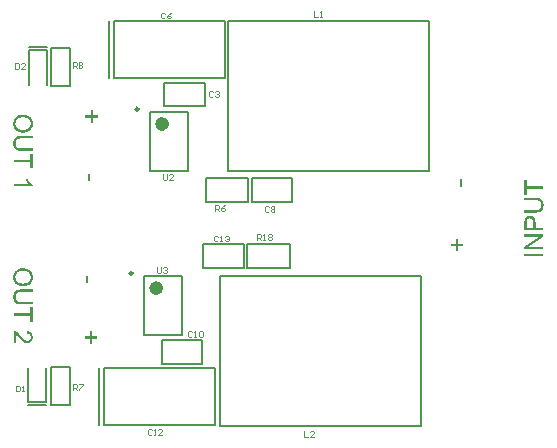
<source format=gto>
G04*
G04 #@! TF.GenerationSoftware,Altium Limited,Altium Designer,20.0.13 (296)*
G04*
G04 Layer_Color=65535*
%FSLAX44Y44*%
%MOMM*%
G71*
G01*
G75*
%ADD10C,0.2500*%
%ADD11C,0.6000*%
%ADD12C,0.2000*%
%ADD13C,0.1000*%
G36*
X83264Y186947D02*
X81287D01*
Y192976D01*
X83264D01*
Y186947D01*
D02*
G37*
G36*
X86919Y142054D02*
X91289D01*
Y140199D01*
X86919D01*
Y135830D01*
X85089D01*
Y140199D01*
X80695D01*
Y142054D01*
X85089D01*
Y146423D01*
X86919D01*
Y142054D01*
D02*
G37*
G36*
X28446Y199976D02*
X28714D01*
X29056Y199927D01*
X29446Y199878D01*
X29861Y199829D01*
X30350Y199732D01*
X30838Y199609D01*
X31350Y199487D01*
X31863Y199317D01*
X32376Y199097D01*
X32888Y198853D01*
X33401Y198584D01*
X33865Y198242D01*
X34304Y197876D01*
X34328Y197852D01*
X34402Y197779D01*
X34524Y197657D01*
X34670Y197486D01*
X34841Y197266D01*
X35012Y197022D01*
X35231Y196729D01*
X35451Y196387D01*
X35646Y195997D01*
X35866Y195582D01*
X36037Y195118D01*
X36232Y194630D01*
X36354Y194117D01*
X36476Y193556D01*
X36550Y192946D01*
X36574Y192335D01*
Y192116D01*
X36550Y191969D01*
Y191774D01*
X36525Y191530D01*
X36476Y191286D01*
X36452Y190993D01*
X36305Y190383D01*
X36110Y189699D01*
X35866Y189016D01*
X35695Y188674D01*
X35500Y188332D01*
Y188308D01*
X35451Y188259D01*
X35402Y188161D01*
X35305Y188039D01*
X35207Y187893D01*
X35061Y187722D01*
X34743Y187332D01*
X34328Y186892D01*
X33816Y186428D01*
X33230Y186013D01*
X32546Y185623D01*
X32522D01*
X32449Y185574D01*
X32351Y185525D01*
X32205Y185476D01*
X32034Y185403D01*
X31814Y185330D01*
X31570Y185232D01*
X31302Y185135D01*
X30984Y185061D01*
X30667Y184964D01*
X29935Y184817D01*
X29129Y184720D01*
X28250Y184671D01*
X28226D01*
X28153D01*
X28006D01*
X27835Y184695D01*
X27616D01*
X27372Y184720D01*
X27103Y184744D01*
X26786Y184793D01*
X26102Y184915D01*
X25370Y185086D01*
X24613Y185330D01*
X23881Y185672D01*
X23857D01*
X23808Y185721D01*
X23710Y185769D01*
X23564Y185842D01*
X23417Y185965D01*
X23222Y186087D01*
X22807Y186380D01*
X22343Y186770D01*
X21855Y187258D01*
X21391Y187820D01*
X20976Y188454D01*
Y188479D01*
X20928Y188528D01*
X20879Y188625D01*
X20830Y188772D01*
X20757Y188943D01*
X20659Y189138D01*
X20586Y189357D01*
X20488Y189626D01*
X20317Y190187D01*
X20146Y190847D01*
X20049Y191579D01*
X20000Y192335D01*
Y192555D01*
X20024Y192726D01*
Y192921D01*
X20049Y193141D01*
X20098Y193409D01*
X20146Y193702D01*
X20268Y194313D01*
X20464Y194996D01*
X20732Y195704D01*
X20879Y196046D01*
X21074Y196387D01*
X21098Y196412D01*
X21123Y196461D01*
X21196Y196558D01*
X21269Y196680D01*
X21391Y196827D01*
X21513Y196998D01*
X21855Y197388D01*
X22294Y197827D01*
X22783Y198291D01*
X23393Y198706D01*
X24052Y199097D01*
X24076D01*
X24150Y199146D01*
X24247Y199170D01*
X24394Y199243D01*
X24564Y199317D01*
X24760Y199390D01*
X25004Y199463D01*
X25272Y199536D01*
X25565Y199634D01*
X25858Y199707D01*
X26542Y199853D01*
X27274Y199951D01*
X28055Y200000D01*
X28104D01*
X28226D01*
X28446Y199976D01*
D02*
G37*
G36*
X36305Y179789D02*
X27030D01*
X27006D01*
X26932D01*
X26835D01*
X26688D01*
X26517D01*
X26322Y179765D01*
X25858Y179740D01*
X25370Y179691D01*
X24857Y179643D01*
X24369Y179545D01*
X24150Y179496D01*
X23954Y179423D01*
X23905Y179398D01*
X23783Y179350D01*
X23613Y179252D01*
X23393Y179105D01*
X23149Y178935D01*
X22880Y178691D01*
X22636Y178422D01*
X22417Y178080D01*
X22392Y178032D01*
X22343Y177910D01*
X22246Y177714D01*
X22172Y177446D01*
X22075Y177104D01*
X21977Y176713D01*
X21928Y176274D01*
X21904Y175786D01*
Y175566D01*
X21928Y175395D01*
Y175200D01*
X21953Y174980D01*
X22026Y174492D01*
X22172Y173931D01*
X22343Y173394D01*
X22612Y172881D01*
X22758Y172637D01*
X22954Y172442D01*
X22978D01*
X23002Y172393D01*
X23076Y172344D01*
X23173Y172295D01*
X23295Y172198D01*
X23442Y172124D01*
X23637Y172027D01*
X23857Y171929D01*
X24125Y171856D01*
X24418Y171758D01*
X24735Y171661D01*
X25126Y171587D01*
X25541Y171539D01*
X25980Y171490D01*
X26493Y171441D01*
X27030D01*
X36305D01*
Y169317D01*
X27030D01*
X27006D01*
X26932D01*
X26810D01*
X26639D01*
X26420Y169342D01*
X26200D01*
X25931Y169366D01*
X25639Y169391D01*
X25028Y169464D01*
X24394Y169562D01*
X23759Y169683D01*
X23198Y169879D01*
X23173D01*
X23124Y169903D01*
X23051Y169928D01*
X22954Y169976D01*
X22709Y170123D01*
X22368Y170318D01*
X22002Y170587D01*
X21611Y170928D01*
X21245Y171368D01*
X20879Y171856D01*
Y171880D01*
X20830Y171929D01*
X20805Y172002D01*
X20732Y172124D01*
X20683Y172246D01*
X20610Y172417D01*
X20513Y172637D01*
X20439Y172857D01*
X20366Y173101D01*
X20268Y173394D01*
X20195Y173687D01*
X20146Y174028D01*
X20049Y174761D01*
X20000Y175591D01*
Y175810D01*
X20024Y175957D01*
Y176152D01*
X20049Y176372D01*
X20073Y176616D01*
X20098Y176884D01*
X20195Y177470D01*
X20317Y178080D01*
X20513Y178715D01*
X20757Y179276D01*
Y179301D01*
X20805Y179350D01*
X20830Y179398D01*
X20903Y179496D01*
X21074Y179765D01*
X21342Y180058D01*
X21660Y180399D01*
X22026Y180717D01*
X22490Y181034D01*
X23002Y181302D01*
X23027D01*
X23076Y181327D01*
X23149Y181351D01*
X23271Y181400D01*
X23417Y181449D01*
X23613Y181498D01*
X23832Y181546D01*
X24076Y181595D01*
X24345Y181668D01*
X24638Y181717D01*
X24980Y181766D01*
X25321Y181815D01*
X25712Y181864D01*
X26127Y181888D01*
X26566Y181913D01*
X27030D01*
X36305D01*
Y179789D01*
D02*
G37*
G36*
Y154306D02*
X34426D01*
Y159578D01*
X20268D01*
Y161702D01*
X34426D01*
Y166974D01*
X36305D01*
Y154306D01*
D02*
G37*
G36*
X20708Y146934D02*
X20903Y146910D01*
X21123Y146885D01*
X21367Y146812D01*
X21611Y146739D01*
X21635D01*
X21660Y146714D01*
X21806Y146665D01*
X22002Y146568D01*
X22294Y146421D01*
X22612Y146250D01*
X22978Y146006D01*
X23344Y145762D01*
X23735Y145445D01*
X23759D01*
X23783Y145396D01*
X23930Y145274D01*
X24150Y145079D01*
X24443Y144786D01*
X24784Y144420D01*
X25199Y143980D01*
X25663Y143443D01*
X26176Y142858D01*
X26200Y142833D01*
X26273Y142736D01*
X26371Y142613D01*
X26542Y142443D01*
X26713Y142223D01*
X26932Y141979D01*
X27396Y141442D01*
X27957Y140856D01*
X28519Y140270D01*
X28787Y139977D01*
X29056Y139733D01*
X29324Y139514D01*
X29569Y139318D01*
X29593D01*
X29617Y139269D01*
X29690Y139221D01*
X29788Y139172D01*
X30032Y139025D01*
X30350Y138854D01*
X30716Y138684D01*
X31106Y138537D01*
X31546Y138440D01*
X31961Y138391D01*
X31985D01*
X32009D01*
X32156Y138415D01*
X32376Y138440D01*
X32644Y138488D01*
X32961Y138610D01*
X33279Y138757D01*
X33620Y138952D01*
X33938Y139245D01*
X33962Y139294D01*
X34060Y139391D01*
X34182Y139587D01*
X34353Y139831D01*
X34499Y140148D01*
X34621Y140514D01*
X34719Y140954D01*
X34743Y141442D01*
Y141588D01*
X34719Y141686D01*
X34694Y141930D01*
X34646Y142247D01*
X34524Y142613D01*
X34377Y143004D01*
X34157Y143370D01*
X33865Y143712D01*
X33816Y143736D01*
X33718Y143834D01*
X33523Y143980D01*
X33254Y144127D01*
X32913Y144298D01*
X32522Y144420D01*
X32058Y144517D01*
X31521Y144566D01*
X31741Y146592D01*
X31765D01*
X31839D01*
X31961Y146568D01*
X32107Y146543D01*
X32302Y146495D01*
X32522Y146470D01*
X33010Y146324D01*
X33572Y146128D01*
X34133Y145860D01*
X34694Y145494D01*
X34938Y145299D01*
X35183Y145054D01*
X35207Y145030D01*
X35231Y144981D01*
X35305Y144908D01*
X35378Y144810D01*
X35451Y144664D01*
X35573Y144493D01*
X35671Y144298D01*
X35793Y144078D01*
X35891Y143834D01*
X36013Y143565D01*
X36110Y143248D01*
X36183Y142931D01*
X36330Y142198D01*
X36354Y141808D01*
X36379Y141393D01*
Y141173D01*
X36354Y141003D01*
X36330Y140807D01*
X36305Y140588D01*
X36281Y140343D01*
X36208Y140075D01*
X36061Y139489D01*
X35842Y138879D01*
X35695Y138561D01*
X35524Y138269D01*
X35305Y138000D01*
X35085Y137732D01*
X35061Y137707D01*
X35036Y137683D01*
X34963Y137610D01*
X34865Y137512D01*
X34719Y137414D01*
X34572Y137292D01*
X34206Y137048D01*
X33742Y136804D01*
X33205Y136584D01*
X32595Y136413D01*
X32253Y136389D01*
X31912Y136365D01*
X31863D01*
X31741D01*
X31546Y136389D01*
X31302Y136413D01*
X31009Y136462D01*
X30691Y136536D01*
X30350Y136633D01*
X30008Y136780D01*
X29959Y136804D01*
X29837Y136853D01*
X29666Y136951D01*
X29422Y137097D01*
X29129Y137268D01*
X28787Y137487D01*
X28446Y137780D01*
X28055Y138098D01*
X28006Y138147D01*
X27860Y138269D01*
X27640Y138488D01*
X27494Y138635D01*
X27323Y138806D01*
X27127Y139001D01*
X26908Y139245D01*
X26688Y139489D01*
X26420Y139758D01*
X26151Y140050D01*
X25858Y140392D01*
X25565Y140734D01*
X25224Y141124D01*
X25199Y141149D01*
X25150Y141198D01*
X25077Y141295D01*
X24980Y141417D01*
X24735Y141710D01*
X24418Y142077D01*
X24076Y142443D01*
X23735Y142833D01*
X23442Y143151D01*
X23320Y143272D01*
X23198Y143395D01*
X23173Y143419D01*
X23100Y143468D01*
X23002Y143565D01*
X22856Y143687D01*
X22539Y143956D01*
X22148Y144225D01*
Y136340D01*
X20268D01*
Y146958D01*
X20293D01*
X20391D01*
X20537D01*
X20708Y146934D01*
D02*
G37*
G36*
X84977Y274000D02*
X83000D01*
Y280029D01*
X84977D01*
Y274000D01*
D02*
G37*
G36*
X87224Y329224D02*
X91594D01*
Y327369D01*
X87224D01*
Y323000D01*
X85394D01*
Y327369D01*
X81000D01*
Y329224D01*
X85394D01*
Y333594D01*
X87224D01*
Y329224D01*
D02*
G37*
G36*
X28446Y329976D02*
X28714D01*
X29056Y329927D01*
X29446Y329878D01*
X29861Y329829D01*
X30350Y329731D01*
X30838Y329609D01*
X31350Y329487D01*
X31863Y329316D01*
X32376Y329097D01*
X32888Y328853D01*
X33401Y328584D01*
X33865Y328242D01*
X34304Y327876D01*
X34328Y327852D01*
X34402Y327779D01*
X34524Y327657D01*
X34670Y327486D01*
X34841Y327266D01*
X35012Y327022D01*
X35231Y326729D01*
X35451Y326387D01*
X35646Y325997D01*
X35866Y325582D01*
X36037Y325118D01*
X36232Y324630D01*
X36354Y324117D01*
X36476Y323556D01*
X36550Y322946D01*
X36574Y322335D01*
Y322116D01*
X36550Y321969D01*
Y321774D01*
X36525Y321530D01*
X36476Y321286D01*
X36452Y320993D01*
X36305Y320383D01*
X36110Y319699D01*
X35866Y319016D01*
X35695Y318674D01*
X35500Y318332D01*
Y318308D01*
X35451Y318259D01*
X35402Y318161D01*
X35305Y318039D01*
X35207Y317893D01*
X35061Y317722D01*
X34743Y317332D01*
X34328Y316892D01*
X33816Y316428D01*
X33230Y316013D01*
X32546Y315623D01*
X32522D01*
X32449Y315574D01*
X32351Y315525D01*
X32205Y315476D01*
X32034Y315403D01*
X31814Y315330D01*
X31570Y315232D01*
X31302Y315135D01*
X30984Y315061D01*
X30667Y314964D01*
X29935Y314817D01*
X29129Y314720D01*
X28250Y314671D01*
X28226D01*
X28153D01*
X28006D01*
X27835Y314695D01*
X27616D01*
X27372Y314720D01*
X27103Y314744D01*
X26786Y314793D01*
X26102Y314915D01*
X25370Y315086D01*
X24613Y315330D01*
X23881Y315672D01*
X23857D01*
X23808Y315721D01*
X23710Y315769D01*
X23564Y315842D01*
X23417Y315965D01*
X23222Y316087D01*
X22807Y316380D01*
X22343Y316770D01*
X21855Y317258D01*
X21391Y317820D01*
X20976Y318454D01*
Y318479D01*
X20928Y318528D01*
X20879Y318625D01*
X20830Y318772D01*
X20757Y318943D01*
X20659Y319138D01*
X20586Y319357D01*
X20488Y319626D01*
X20317Y320187D01*
X20146Y320846D01*
X20049Y321579D01*
X20000Y322335D01*
Y322555D01*
X20024Y322726D01*
Y322921D01*
X20049Y323141D01*
X20098Y323409D01*
X20146Y323702D01*
X20268Y324313D01*
X20464Y324996D01*
X20732Y325704D01*
X20879Y326046D01*
X21074Y326387D01*
X21098Y326412D01*
X21123Y326461D01*
X21196Y326558D01*
X21269Y326680D01*
X21391Y326827D01*
X21513Y326998D01*
X21855Y327388D01*
X22294Y327827D01*
X22783Y328291D01*
X23393Y328706D01*
X24052Y329097D01*
X24076D01*
X24150Y329146D01*
X24247Y329170D01*
X24394Y329243D01*
X24564Y329316D01*
X24760Y329390D01*
X25004Y329463D01*
X25272Y329536D01*
X25565Y329634D01*
X25858Y329707D01*
X26542Y329854D01*
X27274Y329951D01*
X28055Y330000D01*
X28104D01*
X28226D01*
X28446Y329976D01*
D02*
G37*
G36*
X36305Y309789D02*
X27030D01*
X27006D01*
X26932D01*
X26835D01*
X26688D01*
X26517D01*
X26322Y309765D01*
X25858Y309740D01*
X25370Y309691D01*
X24857Y309643D01*
X24369Y309545D01*
X24150Y309496D01*
X23954Y309423D01*
X23905Y309398D01*
X23783Y309350D01*
X23613Y309252D01*
X23393Y309105D01*
X23149Y308935D01*
X22880Y308691D01*
X22636Y308422D01*
X22417Y308080D01*
X22392Y308032D01*
X22343Y307910D01*
X22246Y307714D01*
X22172Y307446D01*
X22075Y307104D01*
X21977Y306713D01*
X21928Y306274D01*
X21904Y305786D01*
Y305566D01*
X21928Y305395D01*
Y305200D01*
X21953Y304980D01*
X22026Y304492D01*
X22172Y303931D01*
X22343Y303394D01*
X22612Y302881D01*
X22758Y302637D01*
X22954Y302442D01*
X22978D01*
X23002Y302393D01*
X23076Y302344D01*
X23173Y302295D01*
X23295Y302198D01*
X23442Y302124D01*
X23637Y302027D01*
X23857Y301929D01*
X24125Y301856D01*
X24418Y301758D01*
X24735Y301661D01*
X25126Y301587D01*
X25541Y301539D01*
X25980Y301490D01*
X26493Y301441D01*
X27030D01*
X36305D01*
Y299317D01*
X27030D01*
X27006D01*
X26932D01*
X26810D01*
X26639D01*
X26420Y299342D01*
X26200D01*
X25931Y299366D01*
X25639Y299391D01*
X25028Y299464D01*
X24394Y299562D01*
X23759Y299683D01*
X23198Y299879D01*
X23173D01*
X23124Y299903D01*
X23051Y299928D01*
X22954Y299976D01*
X22709Y300123D01*
X22368Y300318D01*
X22002Y300587D01*
X21611Y300928D01*
X21245Y301368D01*
X20879Y301856D01*
Y301880D01*
X20830Y301929D01*
X20805Y302002D01*
X20732Y302124D01*
X20683Y302246D01*
X20610Y302417D01*
X20513Y302637D01*
X20439Y302857D01*
X20366Y303101D01*
X20268Y303394D01*
X20195Y303687D01*
X20146Y304028D01*
X20049Y304761D01*
X20000Y305591D01*
Y305810D01*
X20024Y305957D01*
Y306152D01*
X20049Y306372D01*
X20073Y306616D01*
X20098Y306884D01*
X20195Y307470D01*
X20317Y308080D01*
X20513Y308715D01*
X20757Y309276D01*
Y309301D01*
X20805Y309350D01*
X20830Y309398D01*
X20903Y309496D01*
X21074Y309765D01*
X21342Y310058D01*
X21660Y310399D01*
X22026Y310716D01*
X22490Y311034D01*
X23002Y311302D01*
X23027D01*
X23076Y311327D01*
X23149Y311351D01*
X23271Y311400D01*
X23417Y311449D01*
X23613Y311498D01*
X23832Y311546D01*
X24076Y311595D01*
X24345Y311668D01*
X24638Y311717D01*
X24980Y311766D01*
X25321Y311815D01*
X25712Y311864D01*
X26127Y311888D01*
X26566Y311913D01*
X27030D01*
X36305D01*
Y309789D01*
D02*
G37*
G36*
Y284306D02*
X34426D01*
Y289578D01*
X20268D01*
Y291702D01*
X34426D01*
Y296974D01*
X36305D01*
Y284306D01*
D02*
G37*
G36*
X32351Y275152D02*
X32376Y275103D01*
X32424Y275006D01*
X32498Y274908D01*
X32571Y274762D01*
X32644Y274591D01*
X32864Y274200D01*
X33132Y273761D01*
X33450Y273272D01*
X33816Y272784D01*
X34206Y272321D01*
X34231Y272296D01*
X34255Y272272D01*
X34402Y272125D01*
X34621Y271906D01*
X34890Y271637D01*
X35231Y271344D01*
X35598Y271051D01*
X35988Y270783D01*
X36379Y270563D01*
Y269269D01*
X20268D01*
Y271246D01*
X32815D01*
X32791Y271271D01*
X32693Y271369D01*
X32571Y271539D01*
X32400Y271759D01*
X32180Y272028D01*
X31961Y272345D01*
X31692Y272711D01*
X31448Y273126D01*
Y273151D01*
X31424Y273175D01*
X31326Y273321D01*
X31204Y273541D01*
X31057Y273810D01*
X30887Y274127D01*
X30740Y274469D01*
X30569Y274835D01*
X30423Y275177D01*
X32351D01*
Y275152D01*
D02*
G37*
G36*
X396606Y220631D02*
X401000D01*
Y218776D01*
X396606D01*
Y214406D01*
X394776D01*
Y218776D01*
X390406D01*
Y220631D01*
X394776D01*
Y225000D01*
X396606D01*
Y220631D01*
D02*
G37*
G36*
X400000Y268971D02*
X398023D01*
Y275000D01*
X400000D01*
Y268971D01*
D02*
G37*
G36*
X454574Y269315D02*
X468731D01*
Y267191D01*
X454574D01*
Y261919D01*
X452695D01*
Y274587D01*
X454574D01*
Y269315D01*
D02*
G37*
G36*
X462580Y259551D02*
X462800D01*
X463069Y259527D01*
X463361Y259502D01*
X463972Y259429D01*
X464606Y259331D01*
X465241Y259209D01*
X465802Y259014D01*
X465827D01*
X465876Y258990D01*
X465949Y258965D01*
X466046Y258916D01*
X466291Y258770D01*
X466632Y258575D01*
X466998Y258306D01*
X467389Y257964D01*
X467755Y257525D01*
X468121Y257037D01*
Y257013D01*
X468170Y256964D01*
X468194Y256891D01*
X468268Y256768D01*
X468316Y256646D01*
X468390Y256476D01*
X468487Y256256D01*
X468561Y256036D01*
X468634Y255792D01*
X468731Y255499D01*
X468805Y255206D01*
X468853Y254865D01*
X468951Y254132D01*
X469000Y253302D01*
Y253083D01*
X468975Y252936D01*
Y252741D01*
X468951Y252521D01*
X468927Y252277D01*
X468902Y252009D01*
X468805Y251423D01*
X468683Y250812D01*
X468487Y250178D01*
X468243Y249617D01*
Y249592D01*
X468194Y249543D01*
X468170Y249494D01*
X468097Y249397D01*
X467926Y249128D01*
X467657Y248835D01*
X467340Y248494D01*
X466974Y248176D01*
X466510Y247859D01*
X465998Y247591D01*
X465973D01*
X465924Y247566D01*
X465851Y247542D01*
X465729Y247493D01*
X465583Y247444D01*
X465387Y247395D01*
X465168Y247346D01*
X464924Y247298D01*
X464655Y247224D01*
X464362Y247176D01*
X464020Y247127D01*
X463679Y247078D01*
X463288Y247029D01*
X462873Y247005D01*
X462434Y246980D01*
X461970D01*
X452695D01*
Y249104D01*
X461970D01*
X461995D01*
X462068D01*
X462165D01*
X462312D01*
X462483D01*
X462678Y249128D01*
X463142Y249153D01*
X463630Y249202D01*
X464142Y249250D01*
X464631Y249348D01*
X464850Y249397D01*
X465046Y249470D01*
X465094Y249494D01*
X465216Y249543D01*
X465387Y249641D01*
X465607Y249787D01*
X465851Y249958D01*
X466120Y250202D01*
X466364Y250471D01*
X466583Y250812D01*
X466608Y250861D01*
X466657Y250983D01*
X466754Y251179D01*
X466828Y251447D01*
X466925Y251789D01*
X467023Y252180D01*
X467072Y252619D01*
X467096Y253107D01*
Y253327D01*
X467072Y253498D01*
Y253693D01*
X467047Y253913D01*
X466974Y254401D01*
X466828Y254962D01*
X466657Y255499D01*
X466388Y256012D01*
X466242Y256256D01*
X466046Y256451D01*
X466022D01*
X465998Y256500D01*
X465924Y256549D01*
X465827Y256598D01*
X465705Y256695D01*
X465558Y256768D01*
X465363Y256866D01*
X465143Y256964D01*
X464875Y257037D01*
X464582Y257135D01*
X464264Y257232D01*
X463874Y257305D01*
X463459Y257354D01*
X463020Y257403D01*
X462507Y257452D01*
X461970D01*
X452695D01*
Y259576D01*
X461970D01*
X461995D01*
X462068D01*
X462190D01*
X462361D01*
X462580Y259551D01*
D02*
G37*
G36*
X457674Y244222D02*
X457845Y244198D01*
X458064Y244173D01*
X458284Y244149D01*
X458528Y244076D01*
X459090Y243929D01*
X459651Y243685D01*
X459944Y243538D01*
X460237Y243368D01*
X460530Y243172D01*
X460798Y242928D01*
X460823Y242904D01*
X460847Y242855D01*
X460920Y242782D01*
X461018Y242684D01*
X461116Y242513D01*
X461238Y242342D01*
X461360Y242123D01*
X461482Y241854D01*
X461628Y241561D01*
X461750Y241220D01*
X461872Y240829D01*
X461970Y240414D01*
X462068Y239926D01*
X462141Y239413D01*
X462165Y238852D01*
X462190Y238242D01*
Y234141D01*
X468731D01*
Y232017D01*
X452695D01*
Y238583D01*
X452719Y238950D01*
X452743Y239340D01*
X452768Y239755D01*
X452817Y240146D01*
X452865Y240487D01*
Y240536D01*
X452914Y240683D01*
X452963Y240902D01*
X453036Y241171D01*
X453134Y241488D01*
X453256Y241805D01*
X453427Y242147D01*
X453622Y242465D01*
X453646Y242489D01*
X453720Y242611D01*
X453842Y242757D01*
X454013Y242928D01*
X454232Y243124D01*
X454501Y243343D01*
X454794Y243563D01*
X455160Y243758D01*
X455209Y243783D01*
X455331Y243831D01*
X455526Y243905D01*
X455794Y244002D01*
X456112Y244100D01*
X456478Y244173D01*
X456893Y244222D01*
X457332Y244246D01*
X457357D01*
X457430D01*
X457528D01*
X457674Y244222D01*
D02*
G37*
G36*
X468731Y226281D02*
X456136Y217860D01*
X468731D01*
Y215834D01*
X452695D01*
Y217982D01*
X465290Y226427D01*
X452695D01*
Y228454D01*
X468731D01*
Y226281D01*
D02*
G37*
G36*
Y210000D02*
X452695D01*
Y212124D01*
X468731D01*
Y210000D01*
D02*
G37*
%LPC*%
G36*
X28031Y197803D02*
X28006D01*
X27909D01*
X27762D01*
X27543Y197779D01*
X27298Y197754D01*
X27030Y197730D01*
X26713Y197681D01*
X26371Y197608D01*
X25639Y197437D01*
X25272Y197290D01*
X24882Y197144D01*
X24516Y196973D01*
X24150Y196778D01*
X23783Y196534D01*
X23466Y196265D01*
X23442Y196241D01*
X23393Y196192D01*
X23320Y196094D01*
X23198Y195972D01*
X23076Y195826D01*
X22954Y195655D01*
X22783Y195435D01*
X22636Y195191D01*
X22490Y194923D01*
X22343Y194630D01*
X22197Y194313D01*
X22075Y193946D01*
X21953Y193580D01*
X21879Y193190D01*
X21831Y192799D01*
X21806Y192360D01*
Y192140D01*
X21831Y191969D01*
X21855Y191750D01*
X21904Y191530D01*
X21953Y191261D01*
X22026Y190968D01*
X22221Y190358D01*
X22343Y190016D01*
X22514Y189699D01*
X22709Y189357D01*
X22929Y189040D01*
X23173Y188723D01*
X23466Y188430D01*
X23491Y188405D01*
X23539Y188357D01*
X23637Y188284D01*
X23783Y188186D01*
X23954Y188064D01*
X24174Y187942D01*
X24418Y187795D01*
X24687Y187649D01*
X25028Y187502D01*
X25370Y187356D01*
X25761Y187234D01*
X26200Y187112D01*
X26664Y187014D01*
X27152Y186941D01*
X27689Y186892D01*
X28250Y186868D01*
X28275D01*
X28348D01*
X28446D01*
X28568D01*
X28739Y186892D01*
X28958D01*
X29422Y186941D01*
X29935Y187039D01*
X30520Y187161D01*
X31106Y187332D01*
X31668Y187551D01*
X31692D01*
X31741Y187576D01*
X31814Y187624D01*
X31912Y187673D01*
X32180Y187820D01*
X32498Y188039D01*
X32864Y188308D01*
X33254Y188650D01*
X33620Y189040D01*
X33938Y189480D01*
Y189504D01*
X33962Y189528D01*
X34011Y189602D01*
X34060Y189699D01*
X34182Y189968D01*
X34353Y190309D01*
X34499Y190724D01*
X34621Y191213D01*
X34719Y191750D01*
X34743Y192335D01*
Y192555D01*
X34719Y192702D01*
X34694Y192897D01*
X34670Y193141D01*
X34621Y193385D01*
X34548Y193654D01*
X34353Y194264D01*
X34231Y194581D01*
X34084Y194898D01*
X33913Y195240D01*
X33694Y195557D01*
X33450Y195875D01*
X33181Y196192D01*
X33157Y196217D01*
X33108Y196265D01*
X33010Y196339D01*
X32888Y196436D01*
X32717Y196558D01*
X32498Y196705D01*
X32253Y196851D01*
X31961Y196998D01*
X31619Y197144D01*
X31253Y197290D01*
X30838Y197437D01*
X30350Y197559D01*
X29837Y197657D01*
X29300Y197730D01*
X28690Y197779D01*
X28031Y197803D01*
D02*
G37*
G36*
Y327803D02*
X28006D01*
X27909D01*
X27762D01*
X27543Y327779D01*
X27298Y327754D01*
X27030Y327730D01*
X26713Y327681D01*
X26371Y327608D01*
X25639Y327437D01*
X25272Y327290D01*
X24882Y327144D01*
X24516Y326973D01*
X24150Y326778D01*
X23783Y326534D01*
X23466Y326265D01*
X23442Y326241D01*
X23393Y326192D01*
X23320Y326095D01*
X23198Y325972D01*
X23076Y325826D01*
X22954Y325655D01*
X22783Y325435D01*
X22636Y325191D01*
X22490Y324923D01*
X22343Y324630D01*
X22197Y324313D01*
X22075Y323946D01*
X21953Y323580D01*
X21879Y323190D01*
X21831Y322799D01*
X21806Y322360D01*
Y322140D01*
X21831Y321969D01*
X21855Y321750D01*
X21904Y321530D01*
X21953Y321261D01*
X22026Y320969D01*
X22221Y320358D01*
X22343Y320017D01*
X22514Y319699D01*
X22709Y319357D01*
X22929Y319040D01*
X23173Y318723D01*
X23466Y318430D01*
X23491Y318405D01*
X23539Y318357D01*
X23637Y318284D01*
X23783Y318186D01*
X23954Y318064D01*
X24174Y317942D01*
X24418Y317795D01*
X24687Y317649D01*
X25028Y317502D01*
X25370Y317356D01*
X25761Y317234D01*
X26200Y317112D01*
X26664Y317014D01*
X27152Y316941D01*
X27689Y316892D01*
X28250Y316868D01*
X28275D01*
X28348D01*
X28446D01*
X28568D01*
X28739Y316892D01*
X28958D01*
X29422Y316941D01*
X29935Y317039D01*
X30520Y317161D01*
X31106Y317332D01*
X31668Y317551D01*
X31692D01*
X31741Y317576D01*
X31814Y317624D01*
X31912Y317673D01*
X32180Y317820D01*
X32498Y318039D01*
X32864Y318308D01*
X33254Y318650D01*
X33620Y319040D01*
X33938Y319480D01*
Y319504D01*
X33962Y319528D01*
X34011Y319602D01*
X34060Y319699D01*
X34182Y319968D01*
X34353Y320309D01*
X34499Y320724D01*
X34621Y321213D01*
X34719Y321750D01*
X34743Y322335D01*
Y322555D01*
X34719Y322702D01*
X34694Y322897D01*
X34670Y323141D01*
X34621Y323385D01*
X34548Y323653D01*
X34353Y324264D01*
X34231Y324581D01*
X34084Y324898D01*
X33913Y325240D01*
X33694Y325558D01*
X33450Y325875D01*
X33181Y326192D01*
X33157Y326217D01*
X33108Y326265D01*
X33010Y326339D01*
X32888Y326436D01*
X32717Y326558D01*
X32498Y326705D01*
X32253Y326851D01*
X31961Y326998D01*
X31619Y327144D01*
X31253Y327290D01*
X30838Y327437D01*
X30350Y327559D01*
X29837Y327657D01*
X29300Y327730D01*
X28690Y327779D01*
X28031Y327803D01*
D02*
G37*
G36*
X457406Y242050D02*
X457357D01*
X457235D01*
X457039Y242025D01*
X456795Y241976D01*
X456527Y241928D01*
X456234Y241830D01*
X455941Y241708D01*
X455672Y241537D01*
X455648Y241513D01*
X455550Y241439D01*
X455428Y241342D01*
X455282Y241171D01*
X455135Y240975D01*
X454964Y240756D01*
X454842Y240487D01*
X454720Y240194D01*
Y240170D01*
X454696Y240097D01*
X454672Y239950D01*
X454647Y239755D01*
X454623Y239487D01*
X454598Y239145D01*
X454574Y238706D01*
Y234141D01*
X460310D01*
Y238461D01*
X460286Y238608D01*
Y238779D01*
X460261Y238950D01*
X460213Y239389D01*
X460115Y239877D01*
X459993Y240365D01*
X459798Y240805D01*
X459676Y241000D01*
X459553Y241171D01*
X459529Y241220D01*
X459407Y241317D01*
X459236Y241439D01*
X458992Y241610D01*
X458699Y241781D01*
X458333Y241903D01*
X457894Y242001D01*
X457406Y242050D01*
D02*
G37*
%LPD*%
D10*
X121000Y195550D02*
G03*
X121000Y195550I-1250J0D01*
G01*
X126000Y334550D02*
G03*
X126000Y334550I-1250J0D01*
G01*
D11*
X144000Y183000D02*
G03*
X144000Y183000I-3000J0D01*
G01*
X149000Y322000D02*
G03*
X149000Y322000I-3000J0D01*
G01*
D12*
X195000Y193000D02*
X254000D01*
X195000Y66000D02*
Y193000D01*
Y66000D02*
X365000D01*
Y193000D01*
X241000D02*
X365000D01*
X93000Y67000D02*
Y115000D01*
X97000D02*
X130000D01*
X97000Y67000D02*
Y115000D01*
Y67000D02*
X191000D01*
Y115000D01*
X125000D02*
X191000D01*
X181000Y220000D02*
X188000D01*
X181000Y200000D02*
Y220000D01*
Y200000D02*
X215000D01*
Y220000D01*
X188000D02*
X215000D01*
X146000Y119000D02*
X173000D01*
X146000D02*
Y139000D01*
X180000D01*
Y119000D02*
Y139000D01*
X173000Y119000D02*
X180000D01*
X68000Y354000D02*
Y386000D01*
X52000Y354000D02*
X68000D01*
X52000D02*
Y386000D01*
X68000D01*
X131000Y143000D02*
Y193000D01*
X163000Y143000D02*
Y193000D01*
X131000D02*
X163000D01*
X131000Y143000D02*
X163000D01*
X32380Y83970D02*
X47620D01*
X32380Y86510D02*
Y115720D01*
Y86510D02*
X47620D01*
Y115720D01*
X136000Y282000D02*
X168000D01*
X136000Y332000D02*
X168000D01*
Y282000D02*
Y332000D01*
X136000Y282000D02*
Y332000D01*
X33380Y386780D02*
X48620D01*
Y355030D02*
Y384240D01*
X33380D02*
X48620D01*
X33380Y355030D02*
Y384240D01*
X52000Y84000D02*
Y116000D01*
X68000D01*
Y84000D02*
Y116000D01*
X52000Y84000D02*
X68000D01*
X155000Y357000D02*
X182000D01*
Y337000D02*
Y357000D01*
X148000Y337000D02*
X182000D01*
X148000D02*
Y357000D01*
X155000D01*
X101000Y361000D02*
Y409000D01*
X105000D02*
X138000D01*
X105000Y361000D02*
Y409000D01*
Y361000D02*
X199000D01*
Y409000D01*
X133000D02*
X199000D01*
X202000D02*
X261000D01*
X202000Y282000D02*
Y409000D01*
Y282000D02*
X372000D01*
Y409000D01*
X248000D02*
X372000D01*
X222000Y256000D02*
X249000D01*
X222000D02*
Y276000D01*
X256000D01*
Y256000D02*
Y276000D01*
X249000Y256000D02*
X256000D01*
X184000D02*
X219000D01*
X183000D02*
X184000D01*
X183000D02*
Y276000D01*
X219000D01*
Y256000D02*
Y276000D01*
X218000Y220000D02*
X253000D01*
X254000D01*
Y200000D02*
Y220000D01*
X218000Y200000D02*
X254000D01*
X218000D02*
Y220000D01*
D13*
X266367Y62172D02*
Y57174D01*
X269699D01*
X274697D02*
X271365D01*
X274697Y60506D01*
Y61339D01*
X273864Y62172D01*
X272198D01*
X271365Y61339D01*
X70238Y369066D02*
Y374065D01*
X72737D01*
X73570Y373232D01*
Y371566D01*
X72737Y370732D01*
X70238D01*
X71904D02*
X73570Y369066D01*
X75236Y373232D02*
X76069Y374065D01*
X77735D01*
X78568Y373232D01*
Y372399D01*
X77735Y371566D01*
X78568Y370732D01*
Y369899D01*
X77735Y369066D01*
X76069D01*
X75236Y369899D01*
Y370732D01*
X76069Y371566D01*
X75236Y372399D01*
Y373232D01*
X76069Y371566D02*
X77735D01*
X70835Y96501D02*
Y101499D01*
X73334D01*
X74167Y100666D01*
Y99000D01*
X73334Y98167D01*
X70835D01*
X72501D02*
X74167Y96501D01*
X75833Y101499D02*
X79165D01*
Y100666D01*
X75833Y97334D01*
Y96501D01*
X21346Y373424D02*
Y368425D01*
X23846D01*
X24678Y369258D01*
Y372590D01*
X23846Y373424D01*
X21346D01*
X29677Y368425D02*
X26345D01*
X29677Y371757D01*
Y372590D01*
X28844Y373424D01*
X27178D01*
X26345Y372590D01*
X22668Y100499D02*
Y95501D01*
X25167D01*
X26000Y96334D01*
Y99666D01*
X25167Y100499D01*
X22668D01*
X27666Y95501D02*
X29332D01*
X28499D01*
Y100499D01*
X27666Y99666D01*
X141835Y200499D02*
Y196334D01*
X142668Y195501D01*
X144334D01*
X145167Y196334D01*
Y200499D01*
X146833Y199666D02*
X147666Y200499D01*
X149332D01*
X150165Y199666D01*
Y198833D01*
X149332Y198000D01*
X148499D01*
X149332D01*
X150165Y197167D01*
Y196334D01*
X149332Y195501D01*
X147666D01*
X146833Y196334D01*
X146835Y279499D02*
Y275334D01*
X147668Y274501D01*
X149334D01*
X150167Y275334D01*
Y279499D01*
X155165Y274501D02*
X151833D01*
X155165Y277833D01*
Y278666D01*
X154332Y279499D01*
X152666D01*
X151833Y278666D01*
X226752Y223501D02*
Y228499D01*
X229251D01*
X230084Y227666D01*
Y226000D01*
X229251Y225167D01*
X226752D01*
X228418D02*
X230084Y223501D01*
X231750D02*
X233417D01*
X232584D01*
Y228499D01*
X231750Y227666D01*
X235916D02*
X236749Y228499D01*
X238415D01*
X239248Y227666D01*
Y226833D01*
X238415Y226000D01*
X239248Y225167D01*
Y224334D01*
X238415Y223501D01*
X236749D01*
X235916Y224334D01*
Y225167D01*
X236749Y226000D01*
X235916Y226833D01*
Y227666D01*
X236749Y226000D02*
X238415D01*
X190835Y248501D02*
Y253499D01*
X193334D01*
X194167Y252666D01*
Y251000D01*
X193334Y250167D01*
X190835D01*
X192501D02*
X194167Y248501D01*
X199165Y253499D02*
X197499Y252666D01*
X195833Y251000D01*
Y249334D01*
X196666Y248501D01*
X198332D01*
X199165Y249334D01*
Y250167D01*
X198332Y251000D01*
X195833D01*
X274668Y417499D02*
Y412501D01*
X278000D01*
X279666D02*
X281332D01*
X280499D01*
Y417499D01*
X279666Y416666D01*
X193084Y226666D02*
X192251Y227499D01*
X190585D01*
X189752Y226666D01*
Y223334D01*
X190585Y222501D01*
X192251D01*
X193084Y223334D01*
X194750Y222501D02*
X196416D01*
X195583D01*
Y227499D01*
X194750Y226666D01*
X198916D02*
X199749Y227499D01*
X201415D01*
X202248Y226666D01*
Y225833D01*
X201415Y225000D01*
X200582D01*
X201415D01*
X202248Y224167D01*
Y223334D01*
X201415Y222501D01*
X199749D01*
X198916Y223334D01*
X137084Y62666D02*
X136251Y63499D01*
X134585D01*
X133752Y62666D01*
Y59334D01*
X134585Y58501D01*
X136251D01*
X137084Y59334D01*
X138750Y58501D02*
X140416D01*
X139584D01*
Y63499D01*
X138750Y62666D01*
X146248Y58501D02*
X142916D01*
X146248Y61833D01*
Y62666D01*
X145415Y63499D01*
X143749D01*
X142916Y62666D01*
X171084Y145666D02*
X170251Y146499D01*
X168585D01*
X167752Y145666D01*
Y142334D01*
X168585Y141501D01*
X170251D01*
X171084Y142334D01*
X172750Y141501D02*
X174417D01*
X173584D01*
Y146499D01*
X172750Y145666D01*
X176916D02*
X177749Y146499D01*
X179415D01*
X180248Y145666D01*
Y142334D01*
X179415Y141501D01*
X177749D01*
X176916Y142334D01*
Y145666D01*
X236167Y251666D02*
X235334Y252499D01*
X233668D01*
X232835Y251666D01*
Y248334D01*
X233668Y247501D01*
X235334D01*
X236167Y248334D01*
X237833Y251666D02*
X238666Y252499D01*
X240332D01*
X241165Y251666D01*
Y250833D01*
X240332Y250000D01*
X241165Y249167D01*
Y248334D01*
X240332Y247501D01*
X238666D01*
X237833Y248334D01*
Y249167D01*
X238666Y250000D01*
X237833Y250833D01*
Y251666D01*
X238666Y250000D02*
X240332D01*
X148570Y415470D02*
X147737Y416303D01*
X146071D01*
X145238Y415470D01*
Y412138D01*
X146071Y411305D01*
X147737D01*
X148570Y412138D01*
X153568Y416303D02*
X151902Y415470D01*
X150236Y413804D01*
Y412138D01*
X151069Y411305D01*
X152735D01*
X153568Y412138D01*
Y412971D01*
X152735Y413804D01*
X150236D01*
X189156Y348980D02*
X188323Y349813D01*
X186657D01*
X185824Y348980D01*
Y345648D01*
X186657Y344815D01*
X188323D01*
X189156Y345648D01*
X190822Y348980D02*
X191655Y349813D01*
X193321D01*
X194154Y348980D01*
Y348147D01*
X193321Y347314D01*
X192488D01*
X193321D01*
X194154Y346481D01*
Y345648D01*
X193321Y344815D01*
X191655D01*
X190822Y345648D01*
M02*

</source>
